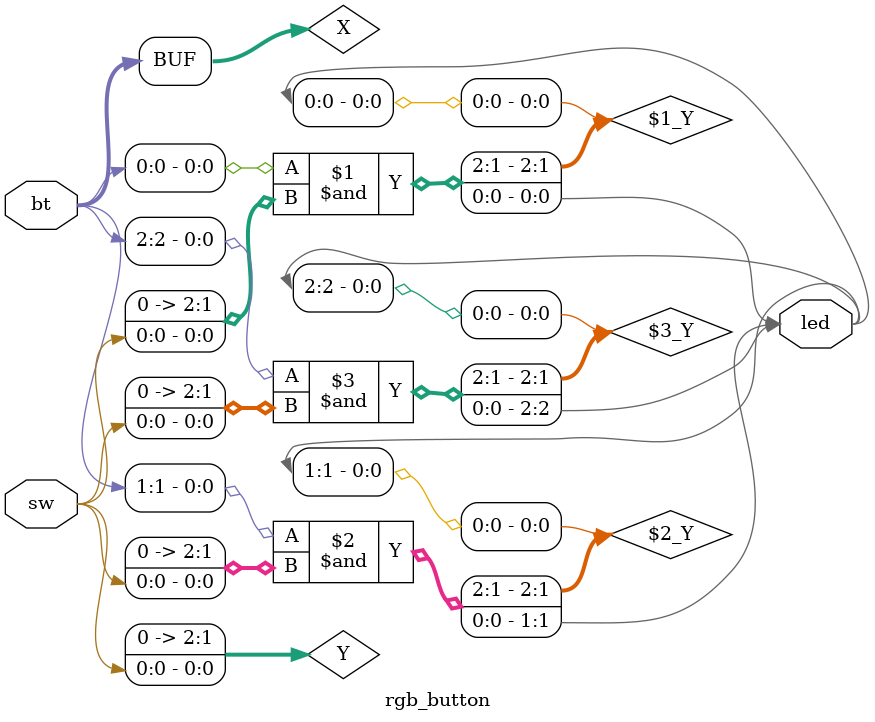
<source format=v>
`timescale 1ns / 1ps


module rgb_button(
    input [2:0] bt,
    input sw,
    output [2:0] led
    );
    wire [2:0] X, Y;
    assign X = bt;
    assign Y = sw;
    assign led[0] = X[0] & Y;
    assign led[1] = X[1] & Y;
    assign led[2] = X[2] & Y;
endmodule

</source>
